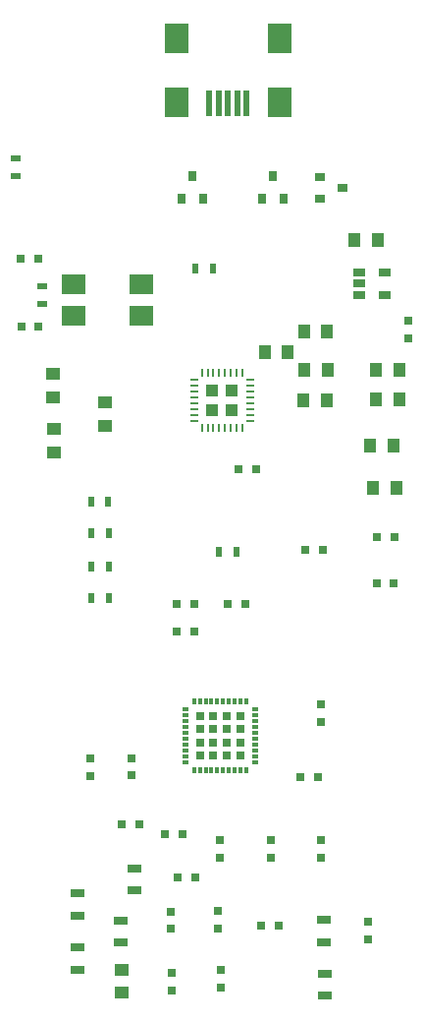
<source format=gbr>
G04 #@! TF.FileFunction,Paste,Top*
%FSLAX46Y46*%
G04 Gerber Fmt 4.6, Leading zero omitted, Abs format (unit mm)*
G04 Created by KiCad (PCBNEW 4.0.7) date 04/25/19 22:47:30*
%MOMM*%
%LPD*%
G01*
G04 APERTURE LIST*
%ADD10C,0.100000*%
%ADD11R,0.800000X0.750000*%
%ADD12R,1.000000X1.250000*%
%ADD13R,1.250000X1.000000*%
%ADD14R,0.750000X0.800000*%
%ADD15R,0.500000X2.300000*%
%ADD16R,2.000000X2.500000*%
%ADD17R,1.300000X0.700000*%
%ADD18R,0.500000X0.900000*%
%ADD19R,0.250000X0.700000*%
%ADD20R,0.700000X0.250000*%
%ADD21R,1.035000X1.035000*%
%ADD22R,0.300000X0.500000*%
%ADD23R,0.500000X0.300000*%
%ADD24R,0.690000X0.690000*%
%ADD25R,0.900000X0.500000*%
%ADD26R,1.060000X0.650000*%
%ADD27R,0.900000X0.800000*%
%ADD28R,2.100000X1.700000*%
%ADD29R,0.800000X0.900000*%
G04 APERTURE END LIST*
D10*
D11*
X138449000Y-82486000D03*
X136949000Y-82486000D03*
D12*
X148329000Y-80416000D03*
X150329000Y-80416000D03*
X142579000Y-70656000D03*
X144579000Y-70656000D03*
X148549000Y-84106000D03*
X150549000Y-84106000D03*
D13*
X120989000Y-81026000D03*
X120989000Y-79026000D03*
D12*
X144619000Y-73926000D03*
X142619000Y-73926000D03*
D13*
X120979000Y-74286000D03*
X120979000Y-76286000D03*
D12*
X142539000Y-76596000D03*
X144539000Y-76596000D03*
D11*
X119699000Y-70226000D03*
X118199000Y-70226000D03*
X119649000Y-64326000D03*
X118149000Y-64326000D03*
D14*
X127706120Y-107352400D03*
X127706120Y-108852400D03*
X135366760Y-114428840D03*
X135366760Y-115928840D03*
D11*
X142269000Y-109026000D03*
X143769000Y-109026000D03*
D14*
X139755880Y-114428840D03*
X139755880Y-115928840D03*
X144023080Y-114439000D03*
X144023080Y-115939000D03*
D11*
X132103560Y-113926620D03*
X130603560Y-113926620D03*
X128385000Y-113042700D03*
X126885000Y-113042700D03*
D12*
X148809000Y-76506000D03*
X150809000Y-76506000D03*
D14*
X144079000Y-102726000D03*
X144079000Y-104226000D03*
D11*
X148859000Y-92326000D03*
X150359000Y-92326000D03*
X144209000Y-89446000D03*
X142709000Y-89446000D03*
X133119000Y-94106000D03*
X131619000Y-94106000D03*
X135999000Y-94056000D03*
X137499000Y-94056000D03*
D14*
X124190760Y-107372720D03*
X124190760Y-108872720D03*
D11*
X148879000Y-88296000D03*
X150379000Y-88296000D03*
X133129720Y-96418400D03*
X131629720Y-96418400D03*
D13*
X126911100Y-127568200D03*
X126911100Y-125568200D03*
D14*
X131221480Y-125825820D03*
X131221480Y-127325820D03*
X135384540Y-125602300D03*
X135384540Y-127102300D03*
X148094700Y-122936700D03*
X148094700Y-121436700D03*
X131109720Y-120545160D03*
X131109720Y-122045160D03*
D11*
X140409360Y-121798080D03*
X138909360Y-121798080D03*
D14*
X135161020Y-120489280D03*
X135161020Y-121989280D03*
D11*
X131700840Y-117579140D03*
X133200840Y-117579140D03*
D12*
X150799000Y-73926000D03*
X148799000Y-73926000D03*
D13*
X125425200Y-78724000D03*
X125425200Y-76724000D03*
D12*
X148959000Y-62786000D03*
X146959000Y-62786000D03*
D15*
X137619000Y-50996000D03*
X136819000Y-50996000D03*
X136019000Y-50996000D03*
X135219000Y-50996000D03*
X134419000Y-50996000D03*
D16*
X140469000Y-50896000D03*
X140469000Y-45396000D03*
X131569000Y-50896000D03*
X131569000Y-45396000D03*
D17*
X144360900Y-125884900D03*
X144360900Y-127784900D03*
X144322800Y-121274800D03*
X144322800Y-123174800D03*
X123090940Y-123642080D03*
X123090940Y-125542080D03*
X126796800Y-121312900D03*
X126796800Y-123212900D03*
X123035060Y-119004040D03*
X123035060Y-120904040D03*
X127939800Y-116855200D03*
X127939800Y-118755200D03*
D18*
X133219000Y-65206000D03*
X134719000Y-65206000D03*
X135267000Y-89590880D03*
X136767000Y-89590880D03*
D19*
X133779000Y-78966000D03*
X134279000Y-78966000D03*
X134779000Y-78966000D03*
X135279000Y-78966000D03*
X135779000Y-78966000D03*
X136279000Y-78966000D03*
X136779000Y-78966000D03*
X137279000Y-78966000D03*
D20*
X137929000Y-78316000D03*
X137929000Y-77816000D03*
X137929000Y-77316000D03*
X137929000Y-76816000D03*
X137929000Y-76316000D03*
X137929000Y-75816000D03*
X137929000Y-75316000D03*
X137929000Y-74816000D03*
D19*
X137279000Y-74166000D03*
X136779000Y-74166000D03*
X136279000Y-74166000D03*
X135779000Y-74166000D03*
X135279000Y-74166000D03*
X134779000Y-74166000D03*
X134279000Y-74166000D03*
X133779000Y-74166000D03*
D20*
X133129000Y-74816000D03*
X133129000Y-75316000D03*
X133129000Y-75816000D03*
X133129000Y-76316000D03*
X133129000Y-76816000D03*
X133129000Y-77316000D03*
X133129000Y-77816000D03*
X133129000Y-78316000D03*
D21*
X136391500Y-75703500D03*
X134666500Y-75703500D03*
X136391500Y-77428500D03*
X134666500Y-77428500D03*
D22*
X133109000Y-108426000D03*
X133609000Y-108426000D03*
X134109000Y-108426000D03*
X134609000Y-108426000D03*
X135109000Y-108426000D03*
X135609000Y-108426000D03*
X136109000Y-108426000D03*
X136609000Y-108426000D03*
X137109000Y-108426000D03*
X137609000Y-108426000D03*
D23*
X138359000Y-107676000D03*
X138359000Y-107176000D03*
X138359000Y-106676000D03*
X138359000Y-106176000D03*
X138359000Y-105676000D03*
X138359000Y-105176000D03*
X138359000Y-104676000D03*
X138359000Y-104176000D03*
X138359000Y-103676000D03*
X138359000Y-103176000D03*
D22*
X137609000Y-102426000D03*
X137109000Y-102426000D03*
X136609000Y-102426000D03*
X136109000Y-102426000D03*
X135609000Y-102426000D03*
X135109000Y-102426000D03*
X134609000Y-102426000D03*
X134109000Y-102426000D03*
X133609000Y-102426000D03*
X133109000Y-102426000D03*
D23*
X132359000Y-103176000D03*
X132359000Y-103676000D03*
X132359000Y-104176000D03*
X132359000Y-104676000D03*
X132359000Y-105176000D03*
X132359000Y-105676000D03*
X132359000Y-106176000D03*
X132359000Y-106676000D03*
X132359000Y-107176000D03*
X132359000Y-107676000D03*
D24*
X137084000Y-103701000D03*
X135934000Y-103701000D03*
X134784000Y-103701000D03*
X133634000Y-103701000D03*
X137084000Y-104851000D03*
X135934000Y-104851000D03*
X134784000Y-104851000D03*
X133634000Y-104851000D03*
X137084000Y-106001000D03*
X135934000Y-106001000D03*
X134784000Y-106001000D03*
X133634000Y-106001000D03*
X137084000Y-107151000D03*
X135934000Y-107151000D03*
X134784000Y-107151000D03*
X133634000Y-107151000D03*
D12*
X139220000Y-72410000D03*
X141220000Y-72410000D03*
D25*
X117690000Y-57240000D03*
X117690000Y-55740000D03*
D14*
X151610000Y-71240000D03*
X151610000Y-69740000D03*
D25*
X120050000Y-66730000D03*
X120050000Y-68230000D03*
D26*
X147400000Y-65560000D03*
X147400000Y-66510000D03*
X147400000Y-67460000D03*
X149600000Y-67460000D03*
X149600000Y-65560000D03*
D27*
X143930000Y-57340000D03*
X143930000Y-59240000D03*
X145930000Y-58290000D03*
D28*
X122690000Y-69260000D03*
X128590000Y-69260000D03*
X128590000Y-66560000D03*
X122690000Y-66560000D03*
D29*
X132020000Y-59220000D03*
X133920000Y-59220000D03*
X132970000Y-57220000D03*
X138940000Y-59230000D03*
X140840000Y-59230000D03*
X139890000Y-57230000D03*
D18*
X124220000Y-85260000D03*
X125720000Y-85260000D03*
X124240000Y-87990000D03*
X125740000Y-87990000D03*
X124260000Y-90850000D03*
X125760000Y-90850000D03*
X124240000Y-93550000D03*
X125740000Y-93550000D03*
M02*

</source>
